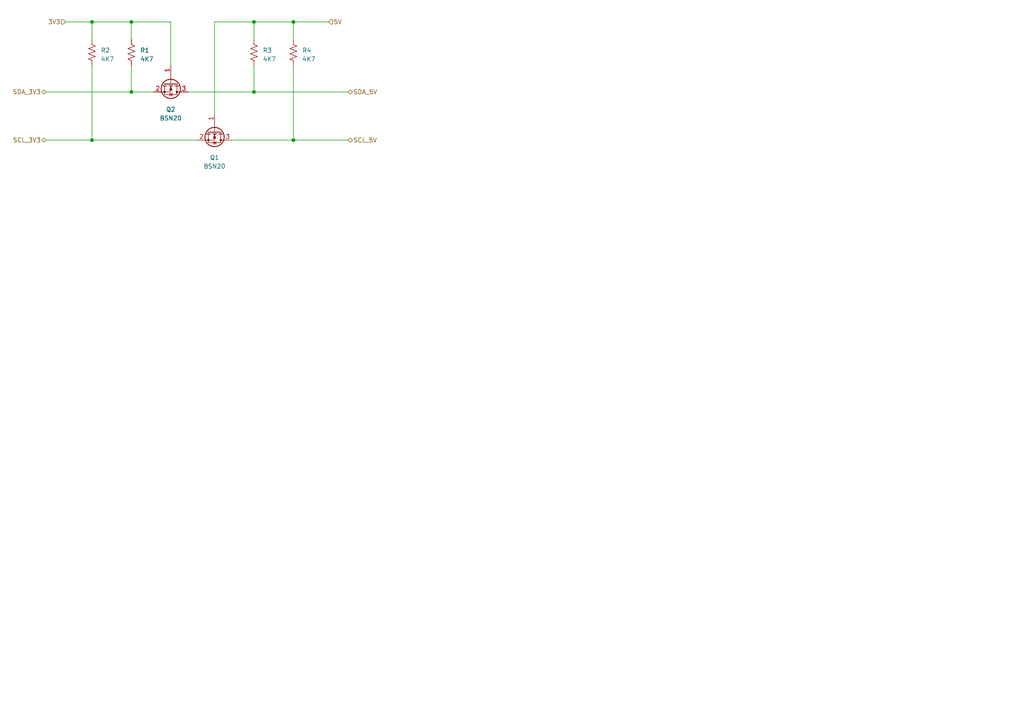
<source format=kicad_sch>
(kicad_sch (version 20230121) (generator eeschema)
  (paper "A4")
  (lib_symbols
    (symbol "Device:R_US" (pin_numbers hide) (pin_names (offset 0))
      (property "Reference" "R" (at 2.54 0 90))
      (property "Value" "R_US" (at -2.54 0 90))
      (symbol "R_US_0_1"
        (polyline (pts (xy 0 -2.286) (xy 0 -2.54)))
        (polyline (pts (xy 0 2.286) (xy 0 2.54)))
        (polyline (pts (xy 0 -0.762) (xy 1.016 -1.143) (xy 0 -1.524) (xy -1.016 -1.905) (xy 0 -2.286)))
        (polyline (pts (xy 0 0.762) (xy 1.016 0.381) (xy 0 0) (xy -1.016 -0.381) (xy 0 -0.762)))
        (polyline (pts (xy 0 2.286) (xy 1.016 1.905) (xy 0 1.524) (xy -1.016 1.143) (xy 0 0.762)))
      )
      (symbol "R_US_1_1"
        (pin passive line (at 0 3.81 270) (length 1.27) (name "~") (number "1"))
        (pin passive line (at 0 -3.81 90) (length 1.27) (name "~") (number "2"))
      )
    )
    (symbol "Transistor_FET:BSN20" (pin_names hide)
      (property "Reference" "Q" (at 5.08 1.905 0))
      (property "Value" "BSN20" (at 5.08 0 0))
      (symbol "BSN20_0_1"
        (polyline (pts (xy 0.254 0) (xy -2.54 0)))
        (polyline (pts (xy 0.254 1.905) (xy 0.254 -1.905)) (stroke (width 0.254)))
        (polyline (pts (xy 0.762 -1.27) (xy 0.762 -2.286)) (stroke (width 0.254)))
        (polyline (pts (xy 0.762 0.508) (xy 0.762 -0.508)) (stroke (width 0.254)))
        (polyline (pts (xy 0.762 2.286) (xy 0.762 1.27)) (stroke (width 0.254)))
        (polyline (pts (xy 2.54 2.54) (xy 2.54 1.778)))
        (polyline (pts (xy 2.54 -2.54) (xy 2.54 0) (xy 0.762 0)))
        (polyline (pts (xy 0.762 -1.778) (xy 3.302 -1.778) (xy 3.302 1.778) (xy 0.762 1.778)))
        (polyline (pts (xy 1.016 0) (xy 2.032 0.381) (xy 2.032 -0.381) (xy 1.016 0)) (fill (type outline)))
        (polyline (pts (xy 2.794 0.508) (xy 2.921 0.381) (xy 3.683 0.381) (xy 3.81 0.254)))
        (polyline (pts (xy 3.302 0.381) (xy 2.921 -0.254) (xy 3.683 -0.254) (xy 3.302 0.381)))
        (circle (center 1.651 0) (radius 2.794) (stroke (width 0.254)))
        (circle (center 2.54 -1.778) (radius 0.254) (fill (type outline)))
        (circle (center 2.54 1.778) (radius 0.254) (fill (type outline)))
      )
      (symbol "BSN20_1_1"
        (pin input line (at -5.08 0 0) (length 2.54) (name "G") (number "1"))
        (pin passive line (at 2.54 -5.08 90) (length 2.54) (name "S") (number "2"))
        (pin passive line (at 2.54 5.08 270) (length 2.54) (name "D") (number "3"))
      )
    )
  )
  (junction (at 26.67 40.64))
  (junction (at 73.66 6.35))
  (junction (at 38.1 6.35))
  (junction (at 85.09 6.35))
  (junction (at 85.09 40.64))
  (junction (at 73.66 26.67))
  (junction (at 38.1 26.67))
  (junction (at 26.67 6.35))
  (wire (pts (xy 38.1 6.35) (xy 49.53 6.35)))
  (wire (pts (xy 67.31 40.64) (xy 85.09 40.64)))
  (wire (pts (xy 85.09 6.35) (xy 73.66 6.35)))
  (wire (pts (xy 26.67 6.35) (xy 26.67 11.43)))
  (wire (pts (xy 26.67 40.64) (xy 57.15 40.64)))
  (wire (pts (xy 54.61 26.67) (xy 73.66 26.67)))
  (wire (pts (xy 85.09 19.05) (xy 85.09 40.64)))
  (wire (pts (xy 13.335 26.67) (xy 38.1 26.67)))
  (wire (pts (xy 73.66 19.05) (xy 73.66 26.67)))
  (wire (pts (xy 26.67 6.35) (xy 38.1 6.35)))
  (wire (pts (xy 73.66 6.35) (xy 62.23 6.35)))
  (wire (pts (xy 73.66 26.67) (xy 100.965 26.67)))
  (wire (pts (xy 95.25 6.35) (xy 85.09 6.35)))
  (wire (pts (xy 38.1 6.35) (xy 38.1 11.43)))
  (wire (pts (xy 19.05 6.35) (xy 26.67 6.35)))
  (wire (pts (xy 73.66 6.35) (xy 73.66 11.43)))
  (wire (pts (xy 49.53 6.35) (xy 49.53 19.05)))
  (wire (pts (xy 38.1 19.05) (xy 38.1 26.67)))
  (wire (pts (xy 85.09 6.35) (xy 85.09 11.43)))
  (wire (pts (xy 62.23 6.35) (xy 62.23 33.02)))
  (wire (pts (xy 26.67 19.05) (xy 26.67 40.64)))
  (wire (pts (xy 13.335 40.64) (xy 26.67 40.64)))
  (wire (pts (xy 38.1 26.67) (xy 44.45 26.67)))
  (wire (pts (xy 85.09 40.64) (xy 100.965 40.64)))
  (hierarchical_label "SCL_3V3" (shape bidirectional) (at 13.335 40.64 180))
  (hierarchical_label "5V" (shape input) (at 95.25 6.35 0))
  (hierarchical_label "SDA_5V" (shape bidirectional) (at 100.965 26.67 0))
  (hierarchical_label "3V3" (shape input) (at 19.05 6.35 180))
  (hierarchical_label "SDA_3V3" (shape bidirectional) (at 13.335 26.67 180))
  (hierarchical_label "SCL_5V" (shape bidirectional) (at 100.965 40.64 0))
  (symbol (lib_id "Device:R_US") (at 38.1 15.24 0) (unit 1)
    (property "Reference" "R1" (at 40.64 14.605 0) (effects (justify left)))
    (property "Value" "4K7" (at 40.64 17.145 0) (effects (justify left)))
    (property "Footprint" "Resistor_SMD:R_0402_1005Metric" (effects hide))
  )
  (symbol (lib_id "Transistor_FET:BSN20") (at 62.23 38.1 270) (unit 1)
    (property "Reference" "Q1" (at 62.23 45.72 90))
    (property "Value" "BSN20" (at 62.23 48.26 90))
    (property "Footprint" "Package_TO_SOT_SMD:SOT-23" (effects hide))
    (property "Datasheet" "http://www.diodes.com/assets/Datasheets/ds31898.pdf" (effects hide))
  )
  (symbol (lib_id "Device:R_US") (at 26.67 15.24 0) (unit 1)
    (property "Reference" "R2" (at 29.21 14.605 0) (effects (justify left)))
    (property "Value" "4K7" (at 29.21 17.145 0) (effects (justify left)))
    (property "Footprint" "Resistor_SMD:R_0402_1005Metric" (effects hide))
  )
  (symbol (lib_id "Device:R_US") (at 73.66 15.24 0) (unit 1)
    (property "Reference" "R3" (at 76.2 14.605 0) (effects (justify left)))
    (property "Value" "4K7" (at 76.2 17.145 0) (effects (justify left)))
    (property "Footprint" "Resistor_SMD:R_0402_1005Metric" (effects hide))
  )
  (symbol (lib_id "Transistor_FET:BSN20") (at 49.53 24.13 270) (unit 1)
    (property "Reference" "Q2" (at 49.53 31.75 90))
    (property "Value" "BSN20" (at 49.53 34.29 90))
    (property "Footprint" "Package_TO_SOT_SMD:SOT-23" (effects hide))
    (property "Datasheet" "http://www.diodes.com/assets/Datasheets/ds31898.pdf" (effects hide))
  )
  (symbol (lib_id "Device:R_US") (at 85.09 15.24 0) (unit 1)
    (property "Reference" "R4" (at 87.63 14.605 0) (effects (justify left)))
    (property "Value" "4K7" (at 87.63 17.145 0) (effects (justify left)))
    (property "Footprint" "Resistor_SMD:R_0402_1005Metric" (effects hide))
  )
)
</source>
